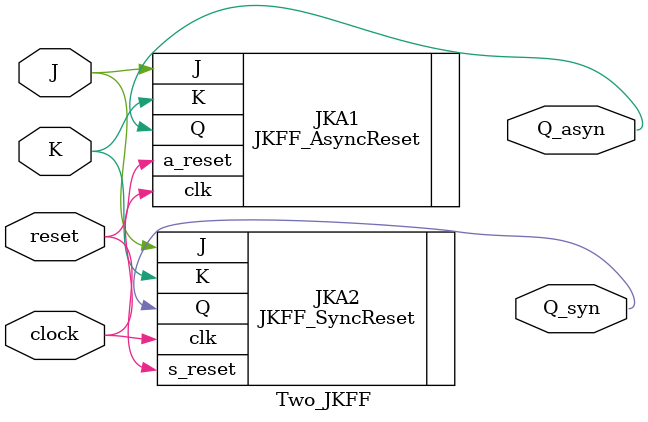
<source format=v>
`timescale 1ns / 1ps


module Two_JKFF(
    input J,
    input K, 
    input reset, 
    input clock,
    output Q_syn,
    output Q_asyn
    );
    
    JKFF_AsyncReset JKA1 (.J(J), .K(K), .clk(clock), .a_reset(reset), .Q(Q_asyn)); 
    JKFF_SyncReset  JKA2 (.J(J), .K(K), .clk(clock), .s_reset(reset), .Q(Q_syn));
    
endmodule

</source>
